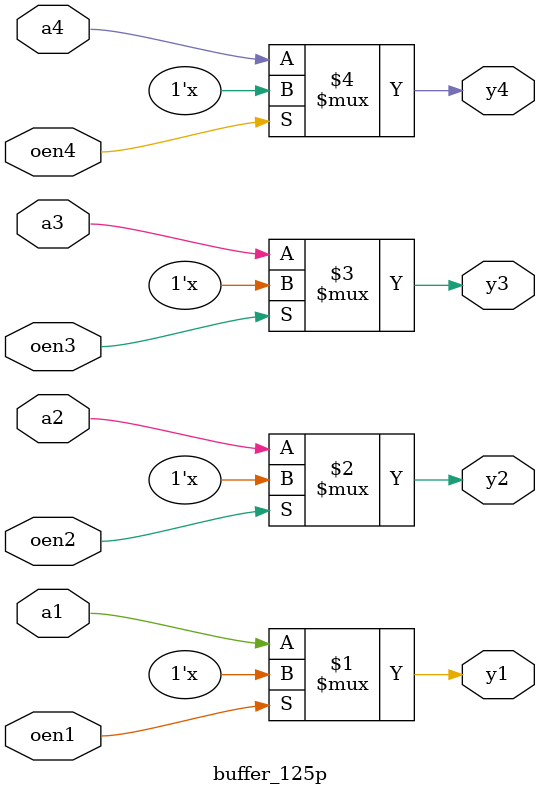
<source format=v>
module buffer_125p (
    input a1,
    input oen1,
    output y1,

    input a2,
    input oen2,
    output y2,

    input a3,
    input oen3,
    output y3,

    input a4,
    input oen4,
    output y4);

    assign y1 = oen1 ? 1'bz : a1;
    assign y2 = oen2 ? 1'bz : a2;
    assign y3 = oen3 ? 1'bz : a3;
    assign y4 = oen4 ? 1'bz : a4;

endmodule


</source>
